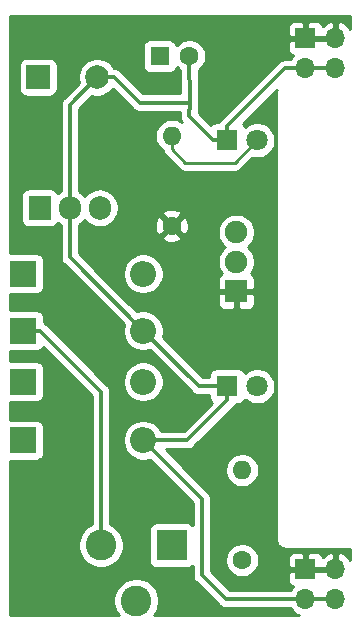
<source format=gbl>
G04 #@! TF.GenerationSoftware,KiCad,Pcbnew,(5.1.5-0-10_14)*
G04 #@! TF.CreationDate,2020-01-08T22:19:55-03:00*
G04 #@! TF.ProjectId,breaboard_power_supply,62726561-626f-4617-9264-5f706f776572,1*
G04 #@! TF.SameCoordinates,Original*
G04 #@! TF.FileFunction,Copper,L2,Bot*
G04 #@! TF.FilePolarity,Positive*
%FSLAX46Y46*%
G04 Gerber Fmt 4.6, Leading zero omitted, Abs format (unit mm)*
G04 Created by KiCad (PCBNEW (5.1.5-0-10_14)) date 2020-01-08 22:19:55*
%MOMM*%
%LPD*%
G04 APERTURE LIST*
%ADD10R,2.000000X2.000000*%
%ADD11C,2.000000*%
%ADD12R,1.600000X1.600000*%
%ADD13C,1.600000*%
%ADD14R,2.200000X2.200000*%
%ADD15O,2.200000X2.200000*%
%ADD16C,1.800000*%
%ADD17R,1.800000X1.800000*%
%ADD18R,2.600000X2.600000*%
%ADD19C,2.600000*%
%ADD20R,1.700000X1.700000*%
%ADD21O,1.700000X1.700000*%
%ADD22O,1.600000X1.600000*%
%ADD23R,1.900000X1.900000*%
%ADD24C,1.900000*%
%ADD25R,1.905000X2.000000*%
%ADD26O,1.905000X2.000000*%
%ADD27C,0.300000*%
%ADD28C,0.250000*%
%ADD29C,0.254000*%
G04 APERTURE END LIST*
D10*
X105918000Y-94869000D03*
D11*
X110918000Y-94869000D03*
D12*
X116205000Y-93091000D03*
D13*
X118705000Y-93091000D03*
D14*
X104648000Y-120650000D03*
D15*
X114808000Y-120650000D03*
D14*
X104648000Y-111506000D03*
D15*
X114808000Y-111506000D03*
X114808000Y-125603000D03*
D14*
X104648000Y-125603000D03*
D15*
X114808000Y-116332000D03*
D14*
X104648000Y-116332000D03*
D16*
X124460000Y-121031000D03*
D17*
X121920000Y-121031000D03*
X121920000Y-100203000D03*
D16*
X124460000Y-100203000D03*
D18*
X117221000Y-134493000D03*
D19*
X111221000Y-134493000D03*
X114221000Y-139193000D03*
D20*
X128524000Y-91567000D03*
D21*
X131064000Y-91567000D03*
X128524000Y-94107000D03*
X131064000Y-94107000D03*
X131064000Y-139065000D03*
X128524000Y-139065000D03*
X131064000Y-136525000D03*
D20*
X128524000Y-136525000D03*
D13*
X123190000Y-135763000D03*
D22*
X123190000Y-128143000D03*
X117221000Y-99822000D03*
D13*
X117221000Y-107442000D03*
D23*
X122682000Y-112997000D03*
D24*
X122682000Y-110497000D03*
X122682000Y-107997000D03*
D25*
X106045000Y-105918000D03*
D26*
X108585000Y-105918000D03*
X111125000Y-105918000D03*
D27*
X128524000Y-139065000D02*
X131064000Y-139065000D01*
X121920000Y-122231000D02*
X121920000Y-121031000D01*
X118548000Y-125603000D02*
X121920000Y-122231000D01*
X114808000Y-125603000D02*
X118548000Y-125603000D01*
X128524000Y-139065000D02*
X121793000Y-139065000D01*
X121793000Y-139065000D02*
X119761000Y-137033000D01*
X119761000Y-130556000D02*
X114808000Y-125603000D01*
X119761000Y-137033000D02*
X119761000Y-130556000D01*
X119507000Y-121031000D02*
X121920000Y-121031000D01*
X114808000Y-116332000D02*
X119507000Y-121031000D01*
X108585000Y-97202000D02*
X110918000Y-94869000D01*
X108585000Y-105918000D02*
X108585000Y-97202000D01*
X118705000Y-98188000D02*
X120720000Y-100203000D01*
X120720000Y-100203000D02*
X121920000Y-100203000D01*
X112332213Y-94869000D02*
X114491213Y-97028000D01*
X110918000Y-94869000D02*
X112332213Y-94869000D01*
X118745000Y-97028000D02*
X118705000Y-98188000D01*
X114491213Y-97028000D02*
X118745000Y-97028000D01*
X118705000Y-93091000D02*
X118745000Y-97028000D01*
X127321919Y-94107000D02*
X128524000Y-94107000D01*
X126816000Y-94107000D02*
X127321919Y-94107000D01*
X121920000Y-99003000D02*
X126816000Y-94107000D01*
X121920000Y-100203000D02*
X121920000Y-99003000D01*
X128524000Y-94107000D02*
X131064000Y-94107000D01*
X108585000Y-110109000D02*
X108585000Y-105918000D01*
X114808000Y-116332000D02*
X108585000Y-110109000D01*
X106048000Y-116332000D02*
X104648000Y-116332000D01*
X111221000Y-121505000D02*
X106048000Y-116332000D01*
X111221000Y-134493000D02*
X111221000Y-121505000D01*
D28*
X117221000Y-100953370D02*
X118375630Y-102108000D01*
X117221000Y-99822000D02*
X117221000Y-100953370D01*
X122555000Y-102108000D02*
X124460000Y-100203000D01*
X118375630Y-102108000D02*
X122555000Y-102108000D01*
D29*
G36*
X132309001Y-90764364D02*
G01*
X132161588Y-90566731D01*
X131945355Y-90371822D01*
X131695252Y-90222843D01*
X131420891Y-90125519D01*
X131191000Y-90246186D01*
X131191000Y-91440000D01*
X131211000Y-91440000D01*
X131211000Y-91694000D01*
X131191000Y-91694000D01*
X131191000Y-91714000D01*
X130937000Y-91714000D01*
X130937000Y-91694000D01*
X128651000Y-91694000D01*
X128651000Y-91714000D01*
X128397000Y-91714000D01*
X128397000Y-91694000D01*
X127197750Y-91694000D01*
X127039000Y-91852750D01*
X127035928Y-92417000D01*
X127048188Y-92541482D01*
X127084498Y-92661180D01*
X127143463Y-92771494D01*
X127222815Y-92868185D01*
X127319506Y-92947537D01*
X127429820Y-93006502D01*
X127502380Y-93028513D01*
X127370525Y-93160368D01*
X127262526Y-93322000D01*
X126854556Y-93322000D01*
X126816000Y-93318203D01*
X126777444Y-93322000D01*
X126777439Y-93322000D01*
X126737026Y-93325980D01*
X126662113Y-93333358D01*
X126514140Y-93378246D01*
X126377767Y-93451138D01*
X126258236Y-93549236D01*
X126233653Y-93579190D01*
X121392185Y-98420658D01*
X121362237Y-98445236D01*
X121337659Y-98475184D01*
X121337655Y-98475188D01*
X121325615Y-98489859D01*
X121264139Y-98564767D01*
X121243506Y-98603370D01*
X121210602Y-98664928D01*
X121020000Y-98664928D01*
X120895518Y-98677188D01*
X120775820Y-98713498D01*
X120665506Y-98772463D01*
X120568815Y-98851815D01*
X120528318Y-98901161D01*
X119501289Y-97874132D01*
X119528671Y-97080053D01*
X119533798Y-97028000D01*
X119529608Y-96985460D01*
X119502163Y-94284212D01*
X119619759Y-94205637D01*
X119819637Y-94005759D01*
X119976680Y-93770727D01*
X120084853Y-93509574D01*
X120140000Y-93232335D01*
X120140000Y-92949665D01*
X120084853Y-92672426D01*
X119976680Y-92411273D01*
X119819637Y-92176241D01*
X119619759Y-91976363D01*
X119384727Y-91819320D01*
X119123574Y-91711147D01*
X118846335Y-91656000D01*
X118563665Y-91656000D01*
X118286426Y-91711147D01*
X118025273Y-91819320D01*
X117790241Y-91976363D01*
X117623661Y-92142943D01*
X117594502Y-92046820D01*
X117535537Y-91936506D01*
X117456185Y-91839815D01*
X117359494Y-91760463D01*
X117249180Y-91701498D01*
X117129482Y-91665188D01*
X117005000Y-91652928D01*
X115405000Y-91652928D01*
X115280518Y-91665188D01*
X115160820Y-91701498D01*
X115050506Y-91760463D01*
X114953815Y-91839815D01*
X114874463Y-91936506D01*
X114815498Y-92046820D01*
X114779188Y-92166518D01*
X114766928Y-92291000D01*
X114766928Y-93891000D01*
X114779188Y-94015482D01*
X114815498Y-94135180D01*
X114874463Y-94245494D01*
X114953815Y-94342185D01*
X115050506Y-94421537D01*
X115160820Y-94480502D01*
X115280518Y-94516812D01*
X115405000Y-94529072D01*
X117005000Y-94529072D01*
X117129482Y-94516812D01*
X117249180Y-94480502D01*
X117359494Y-94421537D01*
X117456185Y-94342185D01*
X117535537Y-94245494D01*
X117594502Y-94135180D01*
X117623661Y-94039057D01*
X117790241Y-94205637D01*
X117932249Y-94300523D01*
X117951984Y-96243000D01*
X114816371Y-96243000D01*
X112914560Y-94341190D01*
X112889977Y-94311236D01*
X112770446Y-94213138D01*
X112634073Y-94140246D01*
X112486100Y-94095359D01*
X112370774Y-94084000D01*
X112370766Y-94084000D01*
X112359110Y-94082852D01*
X112187987Y-93826748D01*
X111960252Y-93599013D01*
X111692463Y-93420082D01*
X111394912Y-93296832D01*
X111079033Y-93234000D01*
X110756967Y-93234000D01*
X110441088Y-93296832D01*
X110143537Y-93420082D01*
X109875748Y-93599013D01*
X109648013Y-93826748D01*
X109469082Y-94094537D01*
X109345832Y-94392088D01*
X109283000Y-94707967D01*
X109283000Y-95030033D01*
X109343360Y-95333483D01*
X108057185Y-96619658D01*
X108027237Y-96644236D01*
X108002659Y-96674184D01*
X108002655Y-96674188D01*
X107980482Y-96701206D01*
X107929139Y-96763767D01*
X107890177Y-96836660D01*
X107856246Y-96900141D01*
X107811359Y-97048114D01*
X107796203Y-97202000D01*
X107800001Y-97240563D01*
X107800000Y-104490044D01*
X107698765Y-104544155D01*
X107572905Y-104647446D01*
X107528037Y-104563506D01*
X107448685Y-104466815D01*
X107351994Y-104387463D01*
X107241680Y-104328498D01*
X107121982Y-104292188D01*
X106997500Y-104279928D01*
X105092500Y-104279928D01*
X104968018Y-104292188D01*
X104848320Y-104328498D01*
X104738006Y-104387463D01*
X104641315Y-104466815D01*
X104561963Y-104563506D01*
X104502998Y-104673820D01*
X104466688Y-104793518D01*
X104454428Y-104918000D01*
X104454428Y-106918000D01*
X104466688Y-107042482D01*
X104502998Y-107162180D01*
X104561963Y-107272494D01*
X104641315Y-107369185D01*
X104738006Y-107448537D01*
X104848320Y-107507502D01*
X104968018Y-107543812D01*
X105092500Y-107556072D01*
X106997500Y-107556072D01*
X107121982Y-107543812D01*
X107241680Y-107507502D01*
X107351994Y-107448537D01*
X107448685Y-107369185D01*
X107528037Y-107272494D01*
X107572905Y-107188553D01*
X107698766Y-107291845D01*
X107800001Y-107345956D01*
X107800000Y-110070447D01*
X107796203Y-110109000D01*
X107800000Y-110147553D01*
X107800000Y-110147560D01*
X107811359Y-110262886D01*
X107856246Y-110410859D01*
X107929138Y-110547232D01*
X108027236Y-110666764D01*
X108057190Y-110691347D01*
X113154931Y-115789089D01*
X113139675Y-115825919D01*
X113073000Y-116161117D01*
X113073000Y-116502883D01*
X113139675Y-116838081D01*
X113270463Y-117153831D01*
X113460337Y-117437998D01*
X113702002Y-117679663D01*
X113986169Y-117869537D01*
X114301919Y-118000325D01*
X114637117Y-118067000D01*
X114978883Y-118067000D01*
X115314081Y-118000325D01*
X115350912Y-117985069D01*
X118924653Y-121558810D01*
X118949236Y-121588764D01*
X119068767Y-121686862D01*
X119198113Y-121755998D01*
X119205140Y-121759754D01*
X119353113Y-121804642D01*
X119428026Y-121812020D01*
X119468439Y-121816000D01*
X119468444Y-121816000D01*
X119507000Y-121819797D01*
X119545556Y-121816000D01*
X120381928Y-121816000D01*
X120381928Y-121931000D01*
X120394188Y-122055482D01*
X120430498Y-122175180D01*
X120489463Y-122285494D01*
X120568815Y-122382185D01*
X120618161Y-122422682D01*
X118222843Y-124818000D01*
X116360793Y-124818000D01*
X116345537Y-124781169D01*
X116155663Y-124497002D01*
X115913998Y-124255337D01*
X115629831Y-124065463D01*
X115314081Y-123934675D01*
X114978883Y-123868000D01*
X114637117Y-123868000D01*
X114301919Y-123934675D01*
X113986169Y-124065463D01*
X113702002Y-124255337D01*
X113460337Y-124497002D01*
X113270463Y-124781169D01*
X113139675Y-125096919D01*
X113073000Y-125432117D01*
X113073000Y-125773883D01*
X113139675Y-126109081D01*
X113270463Y-126424831D01*
X113460337Y-126708998D01*
X113702002Y-126950663D01*
X113986169Y-127140537D01*
X114301919Y-127271325D01*
X114637117Y-127338000D01*
X114978883Y-127338000D01*
X115314081Y-127271325D01*
X115350912Y-127256069D01*
X118976001Y-130881158D01*
X118976001Y-132746464D01*
X118972185Y-132741815D01*
X118875494Y-132662463D01*
X118765180Y-132603498D01*
X118645482Y-132567188D01*
X118521000Y-132554928D01*
X115921000Y-132554928D01*
X115796518Y-132567188D01*
X115676820Y-132603498D01*
X115566506Y-132662463D01*
X115469815Y-132741815D01*
X115390463Y-132838506D01*
X115331498Y-132948820D01*
X115295188Y-133068518D01*
X115282928Y-133193000D01*
X115282928Y-135793000D01*
X115295188Y-135917482D01*
X115331498Y-136037180D01*
X115390463Y-136147494D01*
X115469815Y-136244185D01*
X115566506Y-136323537D01*
X115676820Y-136382502D01*
X115796518Y-136418812D01*
X115921000Y-136431072D01*
X118521000Y-136431072D01*
X118645482Y-136418812D01*
X118765180Y-136382502D01*
X118875494Y-136323537D01*
X118972185Y-136244185D01*
X118976000Y-136239536D01*
X118976000Y-136994447D01*
X118972203Y-137033000D01*
X118976000Y-137071553D01*
X118976000Y-137071560D01*
X118987359Y-137186886D01*
X119032246Y-137334859D01*
X119105138Y-137471232D01*
X119203236Y-137590764D01*
X119233190Y-137615347D01*
X121210658Y-139592816D01*
X121235236Y-139622764D01*
X121265184Y-139647342D01*
X121265187Y-139647345D01*
X121294559Y-139671450D01*
X121354767Y-139720862D01*
X121491140Y-139793754D01*
X121639113Y-139838642D01*
X121714026Y-139846020D01*
X121754439Y-139850000D01*
X121754444Y-139850000D01*
X121793000Y-139853797D01*
X121831555Y-139850000D01*
X127262526Y-139850000D01*
X127370525Y-140011632D01*
X127577368Y-140218475D01*
X127820589Y-140380990D01*
X127955810Y-140437000D01*
X115713504Y-140437000D01*
X115724013Y-140426491D01*
X115935775Y-140109566D01*
X116081639Y-139757419D01*
X116156000Y-139383581D01*
X116156000Y-139002419D01*
X116081639Y-138628581D01*
X115935775Y-138276434D01*
X115724013Y-137959509D01*
X115454491Y-137689987D01*
X115137566Y-137478225D01*
X114785419Y-137332361D01*
X114411581Y-137258000D01*
X114030419Y-137258000D01*
X113656581Y-137332361D01*
X113304434Y-137478225D01*
X112987509Y-137689987D01*
X112717987Y-137959509D01*
X112506225Y-138276434D01*
X112360361Y-138628581D01*
X112286000Y-139002419D01*
X112286000Y-139383581D01*
X112360361Y-139757419D01*
X112506225Y-140109566D01*
X112717987Y-140426491D01*
X112728496Y-140437000D01*
X103530000Y-140437000D01*
X103530000Y-127339299D01*
X103548000Y-127341072D01*
X105748000Y-127341072D01*
X105872482Y-127328812D01*
X105992180Y-127292502D01*
X106102494Y-127233537D01*
X106199185Y-127154185D01*
X106278537Y-127057494D01*
X106337502Y-126947180D01*
X106373812Y-126827482D01*
X106386072Y-126703000D01*
X106386072Y-124503000D01*
X106373812Y-124378518D01*
X106337502Y-124258820D01*
X106278537Y-124148506D01*
X106199185Y-124051815D01*
X106102494Y-123972463D01*
X105992180Y-123913498D01*
X105872482Y-123877188D01*
X105748000Y-123864928D01*
X103548000Y-123864928D01*
X103530000Y-123866701D01*
X103530000Y-122386299D01*
X103548000Y-122388072D01*
X105748000Y-122388072D01*
X105872482Y-122375812D01*
X105992180Y-122339502D01*
X106102494Y-122280537D01*
X106199185Y-122201185D01*
X106278537Y-122104494D01*
X106337502Y-121994180D01*
X106373812Y-121874482D01*
X106386072Y-121750000D01*
X106386072Y-119550000D01*
X106373812Y-119425518D01*
X106337502Y-119305820D01*
X106278537Y-119195506D01*
X106199185Y-119098815D01*
X106102494Y-119019463D01*
X105992180Y-118960498D01*
X105872482Y-118924188D01*
X105748000Y-118911928D01*
X103548000Y-118911928D01*
X103530000Y-118913701D01*
X103530000Y-118068299D01*
X103548000Y-118070072D01*
X105748000Y-118070072D01*
X105872482Y-118057812D01*
X105992180Y-118021502D01*
X106102494Y-117962537D01*
X106199185Y-117883185D01*
X106278537Y-117786494D01*
X106318177Y-117712334D01*
X110436001Y-121830158D01*
X110436000Y-132723729D01*
X110304434Y-132778225D01*
X109987509Y-132989987D01*
X109717987Y-133259509D01*
X109506225Y-133576434D01*
X109360361Y-133928581D01*
X109286000Y-134302419D01*
X109286000Y-134683581D01*
X109360361Y-135057419D01*
X109506225Y-135409566D01*
X109717987Y-135726491D01*
X109987509Y-135996013D01*
X110304434Y-136207775D01*
X110656581Y-136353639D01*
X111030419Y-136428000D01*
X111411581Y-136428000D01*
X111785419Y-136353639D01*
X112137566Y-136207775D01*
X112454491Y-135996013D01*
X112724013Y-135726491D01*
X112935775Y-135409566D01*
X113081639Y-135057419D01*
X113156000Y-134683581D01*
X113156000Y-134302419D01*
X113081639Y-133928581D01*
X112935775Y-133576434D01*
X112724013Y-133259509D01*
X112454491Y-132989987D01*
X112137566Y-132778225D01*
X112006000Y-132723729D01*
X112006000Y-121543556D01*
X112009797Y-121505000D01*
X112006000Y-121466444D01*
X112006000Y-121466439D01*
X112002020Y-121426026D01*
X111994642Y-121351113D01*
X111949754Y-121203140D01*
X111938553Y-121182184D01*
X111876862Y-121066767D01*
X111778764Y-120947236D01*
X111748810Y-120922653D01*
X111305274Y-120479117D01*
X113073000Y-120479117D01*
X113073000Y-120820883D01*
X113139675Y-121156081D01*
X113270463Y-121471831D01*
X113460337Y-121755998D01*
X113702002Y-121997663D01*
X113986169Y-122187537D01*
X114301919Y-122318325D01*
X114637117Y-122385000D01*
X114978883Y-122385000D01*
X115314081Y-122318325D01*
X115629831Y-122187537D01*
X115913998Y-121997663D01*
X116155663Y-121755998D01*
X116345537Y-121471831D01*
X116476325Y-121156081D01*
X116543000Y-120820883D01*
X116543000Y-120479117D01*
X116476325Y-120143919D01*
X116345537Y-119828169D01*
X116155663Y-119544002D01*
X115913998Y-119302337D01*
X115629831Y-119112463D01*
X115314081Y-118981675D01*
X114978883Y-118915000D01*
X114637117Y-118915000D01*
X114301919Y-118981675D01*
X113986169Y-119112463D01*
X113702002Y-119302337D01*
X113460337Y-119544002D01*
X113270463Y-119828169D01*
X113139675Y-120143919D01*
X113073000Y-120479117D01*
X111305274Y-120479117D01*
X106630347Y-115804190D01*
X106605764Y-115774236D01*
X106486233Y-115676138D01*
X106386072Y-115622601D01*
X106386072Y-115232000D01*
X106373812Y-115107518D01*
X106337502Y-114987820D01*
X106278537Y-114877506D01*
X106199185Y-114780815D01*
X106102494Y-114701463D01*
X105992180Y-114642498D01*
X105872482Y-114606188D01*
X105748000Y-114593928D01*
X103548000Y-114593928D01*
X103530000Y-114595701D01*
X103530000Y-113242299D01*
X103548000Y-113244072D01*
X105748000Y-113244072D01*
X105872482Y-113231812D01*
X105992180Y-113195502D01*
X106102494Y-113136537D01*
X106199185Y-113057185D01*
X106278537Y-112960494D01*
X106337502Y-112850180D01*
X106373812Y-112730482D01*
X106386072Y-112606000D01*
X106386072Y-110406000D01*
X106373812Y-110281518D01*
X106337502Y-110161820D01*
X106278537Y-110051506D01*
X106199185Y-109954815D01*
X106102494Y-109875463D01*
X105992180Y-109816498D01*
X105872482Y-109780188D01*
X105748000Y-109767928D01*
X103548000Y-109767928D01*
X103530000Y-109769701D01*
X103530000Y-93869000D01*
X104279928Y-93869000D01*
X104279928Y-95869000D01*
X104292188Y-95993482D01*
X104328498Y-96113180D01*
X104387463Y-96223494D01*
X104466815Y-96320185D01*
X104563506Y-96399537D01*
X104673820Y-96458502D01*
X104793518Y-96494812D01*
X104918000Y-96507072D01*
X106918000Y-96507072D01*
X107042482Y-96494812D01*
X107162180Y-96458502D01*
X107272494Y-96399537D01*
X107369185Y-96320185D01*
X107448537Y-96223494D01*
X107507502Y-96113180D01*
X107543812Y-95993482D01*
X107556072Y-95869000D01*
X107556072Y-93869000D01*
X107543812Y-93744518D01*
X107507502Y-93624820D01*
X107448537Y-93514506D01*
X107369185Y-93417815D01*
X107272494Y-93338463D01*
X107162180Y-93279498D01*
X107042482Y-93243188D01*
X106918000Y-93230928D01*
X104918000Y-93230928D01*
X104793518Y-93243188D01*
X104673820Y-93279498D01*
X104563506Y-93338463D01*
X104466815Y-93417815D01*
X104387463Y-93514506D01*
X104328498Y-93624820D01*
X104292188Y-93744518D01*
X104279928Y-93869000D01*
X103530000Y-93869000D01*
X103530000Y-90717000D01*
X127035928Y-90717000D01*
X127039000Y-91281250D01*
X127197750Y-91440000D01*
X128397000Y-91440000D01*
X128397000Y-90240750D01*
X128651000Y-90240750D01*
X128651000Y-91440000D01*
X130937000Y-91440000D01*
X130937000Y-90246186D01*
X130707109Y-90125519D01*
X130432748Y-90222843D01*
X130182645Y-90371822D01*
X129986498Y-90548626D01*
X129963502Y-90472820D01*
X129904537Y-90362506D01*
X129825185Y-90265815D01*
X129728494Y-90186463D01*
X129618180Y-90127498D01*
X129498482Y-90091188D01*
X129374000Y-90078928D01*
X128809750Y-90082000D01*
X128651000Y-90240750D01*
X128397000Y-90240750D01*
X128238250Y-90082000D01*
X127674000Y-90078928D01*
X127549518Y-90091188D01*
X127429820Y-90127498D01*
X127319506Y-90186463D01*
X127222815Y-90265815D01*
X127143463Y-90362506D01*
X127084498Y-90472820D01*
X127048188Y-90592518D01*
X127035928Y-90717000D01*
X103530000Y-90717000D01*
X103530000Y-89687000D01*
X132309001Y-89687000D01*
X132309001Y-90764364D01*
G37*
X132309001Y-90764364D02*
X132161588Y-90566731D01*
X131945355Y-90371822D01*
X131695252Y-90222843D01*
X131420891Y-90125519D01*
X131191000Y-90246186D01*
X131191000Y-91440000D01*
X131211000Y-91440000D01*
X131211000Y-91694000D01*
X131191000Y-91694000D01*
X131191000Y-91714000D01*
X130937000Y-91714000D01*
X130937000Y-91694000D01*
X128651000Y-91694000D01*
X128651000Y-91714000D01*
X128397000Y-91714000D01*
X128397000Y-91694000D01*
X127197750Y-91694000D01*
X127039000Y-91852750D01*
X127035928Y-92417000D01*
X127048188Y-92541482D01*
X127084498Y-92661180D01*
X127143463Y-92771494D01*
X127222815Y-92868185D01*
X127319506Y-92947537D01*
X127429820Y-93006502D01*
X127502380Y-93028513D01*
X127370525Y-93160368D01*
X127262526Y-93322000D01*
X126854556Y-93322000D01*
X126816000Y-93318203D01*
X126777444Y-93322000D01*
X126777439Y-93322000D01*
X126737026Y-93325980D01*
X126662113Y-93333358D01*
X126514140Y-93378246D01*
X126377767Y-93451138D01*
X126258236Y-93549236D01*
X126233653Y-93579190D01*
X121392185Y-98420658D01*
X121362237Y-98445236D01*
X121337659Y-98475184D01*
X121337655Y-98475188D01*
X121325615Y-98489859D01*
X121264139Y-98564767D01*
X121243506Y-98603370D01*
X121210602Y-98664928D01*
X121020000Y-98664928D01*
X120895518Y-98677188D01*
X120775820Y-98713498D01*
X120665506Y-98772463D01*
X120568815Y-98851815D01*
X120528318Y-98901161D01*
X119501289Y-97874132D01*
X119528671Y-97080053D01*
X119533798Y-97028000D01*
X119529608Y-96985460D01*
X119502163Y-94284212D01*
X119619759Y-94205637D01*
X119819637Y-94005759D01*
X119976680Y-93770727D01*
X120084853Y-93509574D01*
X120140000Y-93232335D01*
X120140000Y-92949665D01*
X120084853Y-92672426D01*
X119976680Y-92411273D01*
X119819637Y-92176241D01*
X119619759Y-91976363D01*
X119384727Y-91819320D01*
X119123574Y-91711147D01*
X118846335Y-91656000D01*
X118563665Y-91656000D01*
X118286426Y-91711147D01*
X118025273Y-91819320D01*
X117790241Y-91976363D01*
X117623661Y-92142943D01*
X117594502Y-92046820D01*
X117535537Y-91936506D01*
X117456185Y-91839815D01*
X117359494Y-91760463D01*
X117249180Y-91701498D01*
X117129482Y-91665188D01*
X117005000Y-91652928D01*
X115405000Y-91652928D01*
X115280518Y-91665188D01*
X115160820Y-91701498D01*
X115050506Y-91760463D01*
X114953815Y-91839815D01*
X114874463Y-91936506D01*
X114815498Y-92046820D01*
X114779188Y-92166518D01*
X114766928Y-92291000D01*
X114766928Y-93891000D01*
X114779188Y-94015482D01*
X114815498Y-94135180D01*
X114874463Y-94245494D01*
X114953815Y-94342185D01*
X115050506Y-94421537D01*
X115160820Y-94480502D01*
X115280518Y-94516812D01*
X115405000Y-94529072D01*
X117005000Y-94529072D01*
X117129482Y-94516812D01*
X117249180Y-94480502D01*
X117359494Y-94421537D01*
X117456185Y-94342185D01*
X117535537Y-94245494D01*
X117594502Y-94135180D01*
X117623661Y-94039057D01*
X117790241Y-94205637D01*
X117932249Y-94300523D01*
X117951984Y-96243000D01*
X114816371Y-96243000D01*
X112914560Y-94341190D01*
X112889977Y-94311236D01*
X112770446Y-94213138D01*
X112634073Y-94140246D01*
X112486100Y-94095359D01*
X112370774Y-94084000D01*
X112370766Y-94084000D01*
X112359110Y-94082852D01*
X112187987Y-93826748D01*
X111960252Y-93599013D01*
X111692463Y-93420082D01*
X111394912Y-93296832D01*
X111079033Y-93234000D01*
X110756967Y-93234000D01*
X110441088Y-93296832D01*
X110143537Y-93420082D01*
X109875748Y-93599013D01*
X109648013Y-93826748D01*
X109469082Y-94094537D01*
X109345832Y-94392088D01*
X109283000Y-94707967D01*
X109283000Y-95030033D01*
X109343360Y-95333483D01*
X108057185Y-96619658D01*
X108027237Y-96644236D01*
X108002659Y-96674184D01*
X108002655Y-96674188D01*
X107980482Y-96701206D01*
X107929139Y-96763767D01*
X107890177Y-96836660D01*
X107856246Y-96900141D01*
X107811359Y-97048114D01*
X107796203Y-97202000D01*
X107800001Y-97240563D01*
X107800000Y-104490044D01*
X107698765Y-104544155D01*
X107572905Y-104647446D01*
X107528037Y-104563506D01*
X107448685Y-104466815D01*
X107351994Y-104387463D01*
X107241680Y-104328498D01*
X107121982Y-104292188D01*
X106997500Y-104279928D01*
X105092500Y-104279928D01*
X104968018Y-104292188D01*
X104848320Y-104328498D01*
X104738006Y-104387463D01*
X104641315Y-104466815D01*
X104561963Y-104563506D01*
X104502998Y-104673820D01*
X104466688Y-104793518D01*
X104454428Y-104918000D01*
X104454428Y-106918000D01*
X104466688Y-107042482D01*
X104502998Y-107162180D01*
X104561963Y-107272494D01*
X104641315Y-107369185D01*
X104738006Y-107448537D01*
X104848320Y-107507502D01*
X104968018Y-107543812D01*
X105092500Y-107556072D01*
X106997500Y-107556072D01*
X107121982Y-107543812D01*
X107241680Y-107507502D01*
X107351994Y-107448537D01*
X107448685Y-107369185D01*
X107528037Y-107272494D01*
X107572905Y-107188553D01*
X107698766Y-107291845D01*
X107800001Y-107345956D01*
X107800000Y-110070447D01*
X107796203Y-110109000D01*
X107800000Y-110147553D01*
X107800000Y-110147560D01*
X107811359Y-110262886D01*
X107856246Y-110410859D01*
X107929138Y-110547232D01*
X108027236Y-110666764D01*
X108057190Y-110691347D01*
X113154931Y-115789089D01*
X113139675Y-115825919D01*
X113073000Y-116161117D01*
X113073000Y-116502883D01*
X113139675Y-116838081D01*
X113270463Y-117153831D01*
X113460337Y-117437998D01*
X113702002Y-117679663D01*
X113986169Y-117869537D01*
X114301919Y-118000325D01*
X114637117Y-118067000D01*
X114978883Y-118067000D01*
X115314081Y-118000325D01*
X115350912Y-117985069D01*
X118924653Y-121558810D01*
X118949236Y-121588764D01*
X119068767Y-121686862D01*
X119198113Y-121755998D01*
X119205140Y-121759754D01*
X119353113Y-121804642D01*
X119428026Y-121812020D01*
X119468439Y-121816000D01*
X119468444Y-121816000D01*
X119507000Y-121819797D01*
X119545556Y-121816000D01*
X120381928Y-121816000D01*
X120381928Y-121931000D01*
X120394188Y-122055482D01*
X120430498Y-122175180D01*
X120489463Y-122285494D01*
X120568815Y-122382185D01*
X120618161Y-122422682D01*
X118222843Y-124818000D01*
X116360793Y-124818000D01*
X116345537Y-124781169D01*
X116155663Y-124497002D01*
X115913998Y-124255337D01*
X115629831Y-124065463D01*
X115314081Y-123934675D01*
X114978883Y-123868000D01*
X114637117Y-123868000D01*
X114301919Y-123934675D01*
X113986169Y-124065463D01*
X113702002Y-124255337D01*
X113460337Y-124497002D01*
X113270463Y-124781169D01*
X113139675Y-125096919D01*
X113073000Y-125432117D01*
X113073000Y-125773883D01*
X113139675Y-126109081D01*
X113270463Y-126424831D01*
X113460337Y-126708998D01*
X113702002Y-126950663D01*
X113986169Y-127140537D01*
X114301919Y-127271325D01*
X114637117Y-127338000D01*
X114978883Y-127338000D01*
X115314081Y-127271325D01*
X115350912Y-127256069D01*
X118976001Y-130881158D01*
X118976001Y-132746464D01*
X118972185Y-132741815D01*
X118875494Y-132662463D01*
X118765180Y-132603498D01*
X118645482Y-132567188D01*
X118521000Y-132554928D01*
X115921000Y-132554928D01*
X115796518Y-132567188D01*
X115676820Y-132603498D01*
X115566506Y-132662463D01*
X115469815Y-132741815D01*
X115390463Y-132838506D01*
X115331498Y-132948820D01*
X115295188Y-133068518D01*
X115282928Y-133193000D01*
X115282928Y-135793000D01*
X115295188Y-135917482D01*
X115331498Y-136037180D01*
X115390463Y-136147494D01*
X115469815Y-136244185D01*
X115566506Y-136323537D01*
X115676820Y-136382502D01*
X115796518Y-136418812D01*
X115921000Y-136431072D01*
X118521000Y-136431072D01*
X118645482Y-136418812D01*
X118765180Y-136382502D01*
X118875494Y-136323537D01*
X118972185Y-136244185D01*
X118976000Y-136239536D01*
X118976000Y-136994447D01*
X118972203Y-137033000D01*
X118976000Y-137071553D01*
X118976000Y-137071560D01*
X118987359Y-137186886D01*
X119032246Y-137334859D01*
X119105138Y-137471232D01*
X119203236Y-137590764D01*
X119233190Y-137615347D01*
X121210658Y-139592816D01*
X121235236Y-139622764D01*
X121265184Y-139647342D01*
X121265187Y-139647345D01*
X121294559Y-139671450D01*
X121354767Y-139720862D01*
X121491140Y-139793754D01*
X121639113Y-139838642D01*
X121714026Y-139846020D01*
X121754439Y-139850000D01*
X121754444Y-139850000D01*
X121793000Y-139853797D01*
X121831555Y-139850000D01*
X127262526Y-139850000D01*
X127370525Y-140011632D01*
X127577368Y-140218475D01*
X127820589Y-140380990D01*
X127955810Y-140437000D01*
X115713504Y-140437000D01*
X115724013Y-140426491D01*
X115935775Y-140109566D01*
X116081639Y-139757419D01*
X116156000Y-139383581D01*
X116156000Y-139002419D01*
X116081639Y-138628581D01*
X115935775Y-138276434D01*
X115724013Y-137959509D01*
X115454491Y-137689987D01*
X115137566Y-137478225D01*
X114785419Y-137332361D01*
X114411581Y-137258000D01*
X114030419Y-137258000D01*
X113656581Y-137332361D01*
X113304434Y-137478225D01*
X112987509Y-137689987D01*
X112717987Y-137959509D01*
X112506225Y-138276434D01*
X112360361Y-138628581D01*
X112286000Y-139002419D01*
X112286000Y-139383581D01*
X112360361Y-139757419D01*
X112506225Y-140109566D01*
X112717987Y-140426491D01*
X112728496Y-140437000D01*
X103530000Y-140437000D01*
X103530000Y-127339299D01*
X103548000Y-127341072D01*
X105748000Y-127341072D01*
X105872482Y-127328812D01*
X105992180Y-127292502D01*
X106102494Y-127233537D01*
X106199185Y-127154185D01*
X106278537Y-127057494D01*
X106337502Y-126947180D01*
X106373812Y-126827482D01*
X106386072Y-126703000D01*
X106386072Y-124503000D01*
X106373812Y-124378518D01*
X106337502Y-124258820D01*
X106278537Y-124148506D01*
X106199185Y-124051815D01*
X106102494Y-123972463D01*
X105992180Y-123913498D01*
X105872482Y-123877188D01*
X105748000Y-123864928D01*
X103548000Y-123864928D01*
X103530000Y-123866701D01*
X103530000Y-122386299D01*
X103548000Y-122388072D01*
X105748000Y-122388072D01*
X105872482Y-122375812D01*
X105992180Y-122339502D01*
X106102494Y-122280537D01*
X106199185Y-122201185D01*
X106278537Y-122104494D01*
X106337502Y-121994180D01*
X106373812Y-121874482D01*
X106386072Y-121750000D01*
X106386072Y-119550000D01*
X106373812Y-119425518D01*
X106337502Y-119305820D01*
X106278537Y-119195506D01*
X106199185Y-119098815D01*
X106102494Y-119019463D01*
X105992180Y-118960498D01*
X105872482Y-118924188D01*
X105748000Y-118911928D01*
X103548000Y-118911928D01*
X103530000Y-118913701D01*
X103530000Y-118068299D01*
X103548000Y-118070072D01*
X105748000Y-118070072D01*
X105872482Y-118057812D01*
X105992180Y-118021502D01*
X106102494Y-117962537D01*
X106199185Y-117883185D01*
X106278537Y-117786494D01*
X106318177Y-117712334D01*
X110436001Y-121830158D01*
X110436000Y-132723729D01*
X110304434Y-132778225D01*
X109987509Y-132989987D01*
X109717987Y-133259509D01*
X109506225Y-133576434D01*
X109360361Y-133928581D01*
X109286000Y-134302419D01*
X109286000Y-134683581D01*
X109360361Y-135057419D01*
X109506225Y-135409566D01*
X109717987Y-135726491D01*
X109987509Y-135996013D01*
X110304434Y-136207775D01*
X110656581Y-136353639D01*
X111030419Y-136428000D01*
X111411581Y-136428000D01*
X111785419Y-136353639D01*
X112137566Y-136207775D01*
X112454491Y-135996013D01*
X112724013Y-135726491D01*
X112935775Y-135409566D01*
X113081639Y-135057419D01*
X113156000Y-134683581D01*
X113156000Y-134302419D01*
X113081639Y-133928581D01*
X112935775Y-133576434D01*
X112724013Y-133259509D01*
X112454491Y-132989987D01*
X112137566Y-132778225D01*
X112006000Y-132723729D01*
X112006000Y-121543556D01*
X112009797Y-121505000D01*
X112006000Y-121466444D01*
X112006000Y-121466439D01*
X112002020Y-121426026D01*
X111994642Y-121351113D01*
X111949754Y-121203140D01*
X111938553Y-121182184D01*
X111876862Y-121066767D01*
X111778764Y-120947236D01*
X111748810Y-120922653D01*
X111305274Y-120479117D01*
X113073000Y-120479117D01*
X113073000Y-120820883D01*
X113139675Y-121156081D01*
X113270463Y-121471831D01*
X113460337Y-121755998D01*
X113702002Y-121997663D01*
X113986169Y-122187537D01*
X114301919Y-122318325D01*
X114637117Y-122385000D01*
X114978883Y-122385000D01*
X115314081Y-122318325D01*
X115629831Y-122187537D01*
X115913998Y-121997663D01*
X116155663Y-121755998D01*
X116345537Y-121471831D01*
X116476325Y-121156081D01*
X116543000Y-120820883D01*
X116543000Y-120479117D01*
X116476325Y-120143919D01*
X116345537Y-119828169D01*
X116155663Y-119544002D01*
X115913998Y-119302337D01*
X115629831Y-119112463D01*
X115314081Y-118981675D01*
X114978883Y-118915000D01*
X114637117Y-118915000D01*
X114301919Y-118981675D01*
X113986169Y-119112463D01*
X113702002Y-119302337D01*
X113460337Y-119544002D01*
X113270463Y-119828169D01*
X113139675Y-120143919D01*
X113073000Y-120479117D01*
X111305274Y-120479117D01*
X106630347Y-115804190D01*
X106605764Y-115774236D01*
X106486233Y-115676138D01*
X106386072Y-115622601D01*
X106386072Y-115232000D01*
X106373812Y-115107518D01*
X106337502Y-114987820D01*
X106278537Y-114877506D01*
X106199185Y-114780815D01*
X106102494Y-114701463D01*
X105992180Y-114642498D01*
X105872482Y-114606188D01*
X105748000Y-114593928D01*
X103548000Y-114593928D01*
X103530000Y-114595701D01*
X103530000Y-113242299D01*
X103548000Y-113244072D01*
X105748000Y-113244072D01*
X105872482Y-113231812D01*
X105992180Y-113195502D01*
X106102494Y-113136537D01*
X106199185Y-113057185D01*
X106278537Y-112960494D01*
X106337502Y-112850180D01*
X106373812Y-112730482D01*
X106386072Y-112606000D01*
X106386072Y-110406000D01*
X106373812Y-110281518D01*
X106337502Y-110161820D01*
X106278537Y-110051506D01*
X106199185Y-109954815D01*
X106102494Y-109875463D01*
X105992180Y-109816498D01*
X105872482Y-109780188D01*
X105748000Y-109767928D01*
X103548000Y-109767928D01*
X103530000Y-109769701D01*
X103530000Y-93869000D01*
X104279928Y-93869000D01*
X104279928Y-95869000D01*
X104292188Y-95993482D01*
X104328498Y-96113180D01*
X104387463Y-96223494D01*
X104466815Y-96320185D01*
X104563506Y-96399537D01*
X104673820Y-96458502D01*
X104793518Y-96494812D01*
X104918000Y-96507072D01*
X106918000Y-96507072D01*
X107042482Y-96494812D01*
X107162180Y-96458502D01*
X107272494Y-96399537D01*
X107369185Y-96320185D01*
X107448537Y-96223494D01*
X107507502Y-96113180D01*
X107543812Y-95993482D01*
X107556072Y-95869000D01*
X107556072Y-93869000D01*
X107543812Y-93744518D01*
X107507502Y-93624820D01*
X107448537Y-93514506D01*
X107369185Y-93417815D01*
X107272494Y-93338463D01*
X107162180Y-93279498D01*
X107042482Y-93243188D01*
X106918000Y-93230928D01*
X104918000Y-93230928D01*
X104793518Y-93243188D01*
X104673820Y-93279498D01*
X104563506Y-93338463D01*
X104466815Y-93417815D01*
X104387463Y-93514506D01*
X104328498Y-93624820D01*
X104292188Y-93744518D01*
X104279928Y-93869000D01*
X103530000Y-93869000D01*
X103530000Y-90717000D01*
X127035928Y-90717000D01*
X127039000Y-91281250D01*
X127197750Y-91440000D01*
X128397000Y-91440000D01*
X128397000Y-90240750D01*
X128651000Y-90240750D01*
X128651000Y-91440000D01*
X130937000Y-91440000D01*
X130937000Y-90246186D01*
X130707109Y-90125519D01*
X130432748Y-90222843D01*
X130182645Y-90371822D01*
X129986498Y-90548626D01*
X129963502Y-90472820D01*
X129904537Y-90362506D01*
X129825185Y-90265815D01*
X129728494Y-90186463D01*
X129618180Y-90127498D01*
X129498482Y-90091188D01*
X129374000Y-90078928D01*
X128809750Y-90082000D01*
X128651000Y-90240750D01*
X128397000Y-90240750D01*
X128238250Y-90082000D01*
X127674000Y-90078928D01*
X127549518Y-90091188D01*
X127429820Y-90127498D01*
X127319506Y-90186463D01*
X127222815Y-90265815D01*
X127143463Y-90362506D01*
X127084498Y-90472820D01*
X127048188Y-90592518D01*
X127035928Y-90717000D01*
X103530000Y-90717000D01*
X103530000Y-89687000D01*
X132309001Y-89687000D01*
X132309001Y-90764364D01*
G36*
X113908871Y-97555816D02*
G01*
X113933449Y-97585764D01*
X113963397Y-97610342D01*
X113963400Y-97610345D01*
X113987637Y-97630236D01*
X114052980Y-97683862D01*
X114189353Y-97756754D01*
X114337326Y-97801641D01*
X114452652Y-97813000D01*
X114452659Y-97813000D01*
X114491212Y-97816797D01*
X114529765Y-97813000D01*
X117932465Y-97813000D01*
X117921329Y-98135957D01*
X117916203Y-98188000D01*
X117922455Y-98251481D01*
X117926516Y-98315134D01*
X117930022Y-98328310D01*
X117931359Y-98341886D01*
X117949880Y-98402941D01*
X117966277Y-98464566D01*
X117972286Y-98476806D01*
X117976246Y-98489859D01*
X118006314Y-98546111D01*
X118034426Y-98603370D01*
X118042711Y-98614206D01*
X118049139Y-98626232D01*
X118089610Y-98675546D01*
X118091143Y-98677552D01*
X117900727Y-98550320D01*
X117639574Y-98442147D01*
X117362335Y-98387000D01*
X117079665Y-98387000D01*
X116802426Y-98442147D01*
X116541273Y-98550320D01*
X116306241Y-98707363D01*
X116106363Y-98907241D01*
X115949320Y-99142273D01*
X115841147Y-99403426D01*
X115786000Y-99680665D01*
X115786000Y-99963335D01*
X115841147Y-100240574D01*
X115949320Y-100501727D01*
X116106363Y-100736759D01*
X116306241Y-100936637D01*
X116466203Y-101043520D01*
X116471998Y-101102356D01*
X116485180Y-101145812D01*
X116515454Y-101245616D01*
X116586026Y-101377646D01*
X116657201Y-101464372D01*
X116681000Y-101493371D01*
X116709998Y-101517169D01*
X117811835Y-102619008D01*
X117835629Y-102648001D01*
X117864622Y-102671795D01*
X117864626Y-102671799D01*
X117935315Y-102729811D01*
X117951354Y-102742974D01*
X118083383Y-102813546D01*
X118226644Y-102857003D01*
X118338297Y-102868000D01*
X118338306Y-102868000D01*
X118375629Y-102871676D01*
X118412952Y-102868000D01*
X122517678Y-102868000D01*
X122555000Y-102871676D01*
X122592322Y-102868000D01*
X122592333Y-102868000D01*
X122703986Y-102857003D01*
X122847247Y-102813546D01*
X122979276Y-102742974D01*
X123095001Y-102648001D01*
X123118804Y-102618997D01*
X124051070Y-101686731D01*
X124308816Y-101738000D01*
X124611184Y-101738000D01*
X124907743Y-101679011D01*
X125187095Y-101563299D01*
X125438505Y-101395312D01*
X125652312Y-101181505D01*
X125820299Y-100930095D01*
X125936011Y-100650743D01*
X125995000Y-100354184D01*
X125995000Y-100051816D01*
X125936011Y-99755257D01*
X125820299Y-99475905D01*
X125652312Y-99224495D01*
X125438505Y-99010688D01*
X125187095Y-98842701D01*
X124907743Y-98726989D01*
X124611184Y-98668000D01*
X124308816Y-98668000D01*
X124012257Y-98726989D01*
X123732905Y-98842701D01*
X123481495Y-99010688D01*
X123415056Y-99077127D01*
X123409502Y-99058820D01*
X123350537Y-98948506D01*
X123271185Y-98851815D01*
X123221839Y-98811318D01*
X126089542Y-95943615D01*
X126082807Y-96012000D01*
X126086001Y-96044429D01*
X126086000Y-134079581D01*
X126082807Y-134112000D01*
X126095550Y-134241383D01*
X126133290Y-134365793D01*
X126194575Y-134480450D01*
X126236521Y-134531561D01*
X126277052Y-134580948D01*
X126377550Y-134663425D01*
X126492207Y-134724710D01*
X126616617Y-134762450D01*
X126746000Y-134775193D01*
X126778419Y-134772000D01*
X132309001Y-134772000D01*
X132309001Y-135722364D01*
X132161588Y-135524731D01*
X131945355Y-135329822D01*
X131695252Y-135180843D01*
X131420891Y-135083519D01*
X131191000Y-135204186D01*
X131191000Y-136398000D01*
X131211000Y-136398000D01*
X131211000Y-136652000D01*
X131191000Y-136652000D01*
X131191000Y-136672000D01*
X130937000Y-136672000D01*
X130937000Y-136652000D01*
X128651000Y-136652000D01*
X128651000Y-136672000D01*
X128397000Y-136672000D01*
X128397000Y-136652000D01*
X127197750Y-136652000D01*
X127039000Y-136810750D01*
X127035928Y-137375000D01*
X127048188Y-137499482D01*
X127084498Y-137619180D01*
X127143463Y-137729494D01*
X127222815Y-137826185D01*
X127319506Y-137905537D01*
X127429820Y-137964502D01*
X127502380Y-137986513D01*
X127370525Y-138118368D01*
X127262526Y-138280000D01*
X122118158Y-138280000D01*
X120546000Y-136707843D01*
X120546000Y-135621665D01*
X121755000Y-135621665D01*
X121755000Y-135904335D01*
X121810147Y-136181574D01*
X121918320Y-136442727D01*
X122075363Y-136677759D01*
X122275241Y-136877637D01*
X122510273Y-137034680D01*
X122771426Y-137142853D01*
X123048665Y-137198000D01*
X123331335Y-137198000D01*
X123608574Y-137142853D01*
X123869727Y-137034680D01*
X124104759Y-136877637D01*
X124304637Y-136677759D01*
X124461680Y-136442727D01*
X124569853Y-136181574D01*
X124625000Y-135904335D01*
X124625000Y-135675000D01*
X127035928Y-135675000D01*
X127039000Y-136239250D01*
X127197750Y-136398000D01*
X128397000Y-136398000D01*
X128397000Y-135198750D01*
X128651000Y-135198750D01*
X128651000Y-136398000D01*
X130937000Y-136398000D01*
X130937000Y-135204186D01*
X130707109Y-135083519D01*
X130432748Y-135180843D01*
X130182645Y-135329822D01*
X129986498Y-135506626D01*
X129963502Y-135430820D01*
X129904537Y-135320506D01*
X129825185Y-135223815D01*
X129728494Y-135144463D01*
X129618180Y-135085498D01*
X129498482Y-135049188D01*
X129374000Y-135036928D01*
X128809750Y-135040000D01*
X128651000Y-135198750D01*
X128397000Y-135198750D01*
X128238250Y-135040000D01*
X127674000Y-135036928D01*
X127549518Y-135049188D01*
X127429820Y-135085498D01*
X127319506Y-135144463D01*
X127222815Y-135223815D01*
X127143463Y-135320506D01*
X127084498Y-135430820D01*
X127048188Y-135550518D01*
X127035928Y-135675000D01*
X124625000Y-135675000D01*
X124625000Y-135621665D01*
X124569853Y-135344426D01*
X124461680Y-135083273D01*
X124304637Y-134848241D01*
X124104759Y-134648363D01*
X123869727Y-134491320D01*
X123608574Y-134383147D01*
X123331335Y-134328000D01*
X123048665Y-134328000D01*
X122771426Y-134383147D01*
X122510273Y-134491320D01*
X122275241Y-134648363D01*
X122075363Y-134848241D01*
X121918320Y-135083273D01*
X121810147Y-135344426D01*
X121755000Y-135621665D01*
X120546000Y-135621665D01*
X120546000Y-130594556D01*
X120549797Y-130556000D01*
X120546000Y-130517444D01*
X120546000Y-130517439D01*
X120542020Y-130477026D01*
X120534642Y-130402113D01*
X120489754Y-130254140D01*
X120416862Y-130117767D01*
X120318764Y-129998236D01*
X120288810Y-129973653D01*
X118316822Y-128001665D01*
X121755000Y-128001665D01*
X121755000Y-128284335D01*
X121810147Y-128561574D01*
X121918320Y-128822727D01*
X122075363Y-129057759D01*
X122275241Y-129257637D01*
X122510273Y-129414680D01*
X122771426Y-129522853D01*
X123048665Y-129578000D01*
X123331335Y-129578000D01*
X123608574Y-129522853D01*
X123869727Y-129414680D01*
X124104759Y-129257637D01*
X124304637Y-129057759D01*
X124461680Y-128822727D01*
X124569853Y-128561574D01*
X124625000Y-128284335D01*
X124625000Y-128001665D01*
X124569853Y-127724426D01*
X124461680Y-127463273D01*
X124304637Y-127228241D01*
X124104759Y-127028363D01*
X123869727Y-126871320D01*
X123608574Y-126763147D01*
X123331335Y-126708000D01*
X123048665Y-126708000D01*
X122771426Y-126763147D01*
X122510273Y-126871320D01*
X122275241Y-127028363D01*
X122075363Y-127228241D01*
X121918320Y-127463273D01*
X121810147Y-127724426D01*
X121755000Y-128001665D01*
X118316822Y-128001665D01*
X116703157Y-126388000D01*
X118509447Y-126388000D01*
X118548000Y-126391797D01*
X118586553Y-126388000D01*
X118586561Y-126388000D01*
X118701887Y-126376641D01*
X118849860Y-126331754D01*
X118986233Y-126258862D01*
X119105764Y-126160764D01*
X119130347Y-126130810D01*
X122447817Y-122813341D01*
X122477764Y-122788764D01*
X122575862Y-122669233D01*
X122629399Y-122569072D01*
X122820000Y-122569072D01*
X122944482Y-122556812D01*
X123064180Y-122520502D01*
X123174494Y-122461537D01*
X123271185Y-122382185D01*
X123350537Y-122285494D01*
X123409502Y-122175180D01*
X123415056Y-122156873D01*
X123481495Y-122223312D01*
X123732905Y-122391299D01*
X124012257Y-122507011D01*
X124308816Y-122566000D01*
X124611184Y-122566000D01*
X124907743Y-122507011D01*
X125187095Y-122391299D01*
X125438505Y-122223312D01*
X125652312Y-122009505D01*
X125820299Y-121758095D01*
X125936011Y-121478743D01*
X125995000Y-121182184D01*
X125995000Y-120879816D01*
X125936011Y-120583257D01*
X125820299Y-120303905D01*
X125652312Y-120052495D01*
X125438505Y-119838688D01*
X125187095Y-119670701D01*
X124907743Y-119554989D01*
X124611184Y-119496000D01*
X124308816Y-119496000D01*
X124012257Y-119554989D01*
X123732905Y-119670701D01*
X123481495Y-119838688D01*
X123415056Y-119905127D01*
X123409502Y-119886820D01*
X123350537Y-119776506D01*
X123271185Y-119679815D01*
X123174494Y-119600463D01*
X123064180Y-119541498D01*
X122944482Y-119505188D01*
X122820000Y-119492928D01*
X121020000Y-119492928D01*
X120895518Y-119505188D01*
X120775820Y-119541498D01*
X120665506Y-119600463D01*
X120568815Y-119679815D01*
X120489463Y-119776506D01*
X120430498Y-119886820D01*
X120394188Y-120006518D01*
X120381928Y-120131000D01*
X120381928Y-120246000D01*
X119832157Y-120246000D01*
X116461069Y-116874912D01*
X116476325Y-116838081D01*
X116543000Y-116502883D01*
X116543000Y-116161117D01*
X116476325Y-115825919D01*
X116345537Y-115510169D01*
X116155663Y-115226002D01*
X115913998Y-114984337D01*
X115629831Y-114794463D01*
X115314081Y-114663675D01*
X114978883Y-114597000D01*
X114637117Y-114597000D01*
X114301919Y-114663675D01*
X114265089Y-114678931D01*
X113533158Y-113947000D01*
X121093928Y-113947000D01*
X121106188Y-114071482D01*
X121142498Y-114191180D01*
X121201463Y-114301494D01*
X121280815Y-114398185D01*
X121377506Y-114477537D01*
X121487820Y-114536502D01*
X121607518Y-114572812D01*
X121732000Y-114585072D01*
X122396250Y-114582000D01*
X122555000Y-114423250D01*
X122555000Y-113124000D01*
X122809000Y-113124000D01*
X122809000Y-114423250D01*
X122967750Y-114582000D01*
X123632000Y-114585072D01*
X123756482Y-114572812D01*
X123876180Y-114536502D01*
X123986494Y-114477537D01*
X124083185Y-114398185D01*
X124162537Y-114301494D01*
X124221502Y-114191180D01*
X124257812Y-114071482D01*
X124270072Y-113947000D01*
X124267000Y-113282750D01*
X124108250Y-113124000D01*
X122809000Y-113124000D01*
X122555000Y-113124000D01*
X121255750Y-113124000D01*
X121097000Y-113282750D01*
X121093928Y-113947000D01*
X113533158Y-113947000D01*
X110921275Y-111335117D01*
X113073000Y-111335117D01*
X113073000Y-111676883D01*
X113139675Y-112012081D01*
X113270463Y-112327831D01*
X113460337Y-112611998D01*
X113702002Y-112853663D01*
X113986169Y-113043537D01*
X114301919Y-113174325D01*
X114637117Y-113241000D01*
X114978883Y-113241000D01*
X115314081Y-113174325D01*
X115629831Y-113043537D01*
X115913998Y-112853663D01*
X116155663Y-112611998D01*
X116345537Y-112327831D01*
X116461861Y-112047000D01*
X121093928Y-112047000D01*
X121097000Y-112711250D01*
X121255750Y-112870000D01*
X122555000Y-112870000D01*
X122555000Y-112850000D01*
X122809000Y-112850000D01*
X122809000Y-112870000D01*
X124108250Y-112870000D01*
X124267000Y-112711250D01*
X124270072Y-112047000D01*
X124257812Y-111922518D01*
X124221502Y-111802820D01*
X124162537Y-111692506D01*
X124083185Y-111595815D01*
X123986494Y-111516463D01*
X123927979Y-111485186D01*
X124086609Y-111247779D01*
X124206089Y-110959327D01*
X124267000Y-110653109D01*
X124267000Y-110340891D01*
X124206089Y-110034673D01*
X124086609Y-109746221D01*
X123913150Y-109486621D01*
X123692379Y-109265850D01*
X123664168Y-109247000D01*
X123692379Y-109228150D01*
X123913150Y-109007379D01*
X124086609Y-108747779D01*
X124206089Y-108459327D01*
X124267000Y-108153109D01*
X124267000Y-107840891D01*
X124206089Y-107534673D01*
X124086609Y-107246221D01*
X123913150Y-106986621D01*
X123692379Y-106765850D01*
X123432779Y-106592391D01*
X123144327Y-106472911D01*
X122838109Y-106412000D01*
X122525891Y-106412000D01*
X122219673Y-106472911D01*
X121931221Y-106592391D01*
X121671621Y-106765850D01*
X121450850Y-106986621D01*
X121277391Y-107246221D01*
X121157911Y-107534673D01*
X121097000Y-107840891D01*
X121097000Y-108153109D01*
X121157911Y-108459327D01*
X121277391Y-108747779D01*
X121450850Y-109007379D01*
X121671621Y-109228150D01*
X121699832Y-109247000D01*
X121671621Y-109265850D01*
X121450850Y-109486621D01*
X121277391Y-109746221D01*
X121157911Y-110034673D01*
X121097000Y-110340891D01*
X121097000Y-110653109D01*
X121157911Y-110959327D01*
X121277391Y-111247779D01*
X121436021Y-111485186D01*
X121377506Y-111516463D01*
X121280815Y-111595815D01*
X121201463Y-111692506D01*
X121142498Y-111802820D01*
X121106188Y-111922518D01*
X121093928Y-112047000D01*
X116461861Y-112047000D01*
X116476325Y-112012081D01*
X116543000Y-111676883D01*
X116543000Y-111335117D01*
X116476325Y-110999919D01*
X116345537Y-110684169D01*
X116155663Y-110400002D01*
X115913998Y-110158337D01*
X115629831Y-109968463D01*
X115314081Y-109837675D01*
X114978883Y-109771000D01*
X114637117Y-109771000D01*
X114301919Y-109837675D01*
X113986169Y-109968463D01*
X113702002Y-110158337D01*
X113460337Y-110400002D01*
X113270463Y-110684169D01*
X113139675Y-110999919D01*
X113073000Y-111335117D01*
X110921275Y-111335117D01*
X109370000Y-109783843D01*
X109370000Y-108434702D01*
X116407903Y-108434702D01*
X116479486Y-108678671D01*
X116734996Y-108799571D01*
X117009184Y-108868300D01*
X117291512Y-108882217D01*
X117571130Y-108840787D01*
X117837292Y-108745603D01*
X117962514Y-108678671D01*
X118034097Y-108434702D01*
X117221000Y-107621605D01*
X116407903Y-108434702D01*
X109370000Y-108434702D01*
X109370000Y-107345956D01*
X109471235Y-107291845D01*
X109712963Y-107093463D01*
X109855000Y-106920391D01*
X109997037Y-107093463D01*
X110238766Y-107291845D01*
X110514552Y-107439255D01*
X110813797Y-107530030D01*
X111125000Y-107560681D01*
X111436204Y-107530030D01*
X111493953Y-107512512D01*
X115780783Y-107512512D01*
X115822213Y-107792130D01*
X115917397Y-108058292D01*
X115984329Y-108183514D01*
X116228298Y-108255097D01*
X117041395Y-107442000D01*
X117400605Y-107442000D01*
X118213702Y-108255097D01*
X118457671Y-108183514D01*
X118578571Y-107928004D01*
X118647300Y-107653816D01*
X118661217Y-107371488D01*
X118619787Y-107091870D01*
X118524603Y-106825708D01*
X118457671Y-106700486D01*
X118213702Y-106628903D01*
X117400605Y-107442000D01*
X117041395Y-107442000D01*
X116228298Y-106628903D01*
X115984329Y-106700486D01*
X115863429Y-106955996D01*
X115794700Y-107230184D01*
X115780783Y-107512512D01*
X111493953Y-107512512D01*
X111735449Y-107439255D01*
X112011235Y-107291845D01*
X112252963Y-107093463D01*
X112451345Y-106851734D01*
X112598755Y-106575948D01*
X112637173Y-106449298D01*
X116407903Y-106449298D01*
X117221000Y-107262395D01*
X118034097Y-106449298D01*
X117962514Y-106205329D01*
X117707004Y-106084429D01*
X117432816Y-106015700D01*
X117150488Y-106001783D01*
X116870870Y-106043213D01*
X116604708Y-106138397D01*
X116479486Y-106205329D01*
X116407903Y-106449298D01*
X112637173Y-106449298D01*
X112689530Y-106276703D01*
X112712500Y-106043485D01*
X112712500Y-105792514D01*
X112689530Y-105559296D01*
X112598755Y-105260051D01*
X112451345Y-104984265D01*
X112252963Y-104742537D01*
X112011234Y-104544155D01*
X111735448Y-104396745D01*
X111436203Y-104305970D01*
X111125000Y-104275319D01*
X110813796Y-104305970D01*
X110514551Y-104396745D01*
X110238765Y-104544155D01*
X109997037Y-104742537D01*
X109855000Y-104915609D01*
X109712963Y-104742537D01*
X109471234Y-104544155D01*
X109370000Y-104490045D01*
X109370000Y-97527157D01*
X110453517Y-96443640D01*
X110756967Y-96504000D01*
X111079033Y-96504000D01*
X111394912Y-96441168D01*
X111692463Y-96317918D01*
X111960252Y-96138987D01*
X112187987Y-95911252D01*
X112218557Y-95865501D01*
X113908871Y-97555816D01*
G37*
X113908871Y-97555816D02*
X113933449Y-97585764D01*
X113963397Y-97610342D01*
X113963400Y-97610345D01*
X113987637Y-97630236D01*
X114052980Y-97683862D01*
X114189353Y-97756754D01*
X114337326Y-97801641D01*
X114452652Y-97813000D01*
X114452659Y-97813000D01*
X114491212Y-97816797D01*
X114529765Y-97813000D01*
X117932465Y-97813000D01*
X117921329Y-98135957D01*
X117916203Y-98188000D01*
X117922455Y-98251481D01*
X117926516Y-98315134D01*
X117930022Y-98328310D01*
X117931359Y-98341886D01*
X117949880Y-98402941D01*
X117966277Y-98464566D01*
X117972286Y-98476806D01*
X117976246Y-98489859D01*
X118006314Y-98546111D01*
X118034426Y-98603370D01*
X118042711Y-98614206D01*
X118049139Y-98626232D01*
X118089610Y-98675546D01*
X118091143Y-98677552D01*
X117900727Y-98550320D01*
X117639574Y-98442147D01*
X117362335Y-98387000D01*
X117079665Y-98387000D01*
X116802426Y-98442147D01*
X116541273Y-98550320D01*
X116306241Y-98707363D01*
X116106363Y-98907241D01*
X115949320Y-99142273D01*
X115841147Y-99403426D01*
X115786000Y-99680665D01*
X115786000Y-99963335D01*
X115841147Y-100240574D01*
X115949320Y-100501727D01*
X116106363Y-100736759D01*
X116306241Y-100936637D01*
X116466203Y-101043520D01*
X116471998Y-101102356D01*
X116485180Y-101145812D01*
X116515454Y-101245616D01*
X116586026Y-101377646D01*
X116657201Y-101464372D01*
X116681000Y-101493371D01*
X116709998Y-101517169D01*
X117811835Y-102619008D01*
X117835629Y-102648001D01*
X117864622Y-102671795D01*
X117864626Y-102671799D01*
X117935315Y-102729811D01*
X117951354Y-102742974D01*
X118083383Y-102813546D01*
X118226644Y-102857003D01*
X118338297Y-102868000D01*
X118338306Y-102868000D01*
X118375629Y-102871676D01*
X118412952Y-102868000D01*
X122517678Y-102868000D01*
X122555000Y-102871676D01*
X122592322Y-102868000D01*
X122592333Y-102868000D01*
X122703986Y-102857003D01*
X122847247Y-102813546D01*
X122979276Y-102742974D01*
X123095001Y-102648001D01*
X123118804Y-102618997D01*
X124051070Y-101686731D01*
X124308816Y-101738000D01*
X124611184Y-101738000D01*
X124907743Y-101679011D01*
X125187095Y-101563299D01*
X125438505Y-101395312D01*
X125652312Y-101181505D01*
X125820299Y-100930095D01*
X125936011Y-100650743D01*
X125995000Y-100354184D01*
X125995000Y-100051816D01*
X125936011Y-99755257D01*
X125820299Y-99475905D01*
X125652312Y-99224495D01*
X125438505Y-99010688D01*
X125187095Y-98842701D01*
X124907743Y-98726989D01*
X124611184Y-98668000D01*
X124308816Y-98668000D01*
X124012257Y-98726989D01*
X123732905Y-98842701D01*
X123481495Y-99010688D01*
X123415056Y-99077127D01*
X123409502Y-99058820D01*
X123350537Y-98948506D01*
X123271185Y-98851815D01*
X123221839Y-98811318D01*
X126089542Y-95943615D01*
X126082807Y-96012000D01*
X126086001Y-96044429D01*
X126086000Y-134079581D01*
X126082807Y-134112000D01*
X126095550Y-134241383D01*
X126133290Y-134365793D01*
X126194575Y-134480450D01*
X126236521Y-134531561D01*
X126277052Y-134580948D01*
X126377550Y-134663425D01*
X126492207Y-134724710D01*
X126616617Y-134762450D01*
X126746000Y-134775193D01*
X126778419Y-134772000D01*
X132309001Y-134772000D01*
X132309001Y-135722364D01*
X132161588Y-135524731D01*
X131945355Y-135329822D01*
X131695252Y-135180843D01*
X131420891Y-135083519D01*
X131191000Y-135204186D01*
X131191000Y-136398000D01*
X131211000Y-136398000D01*
X131211000Y-136652000D01*
X131191000Y-136652000D01*
X131191000Y-136672000D01*
X130937000Y-136672000D01*
X130937000Y-136652000D01*
X128651000Y-136652000D01*
X128651000Y-136672000D01*
X128397000Y-136672000D01*
X128397000Y-136652000D01*
X127197750Y-136652000D01*
X127039000Y-136810750D01*
X127035928Y-137375000D01*
X127048188Y-137499482D01*
X127084498Y-137619180D01*
X127143463Y-137729494D01*
X127222815Y-137826185D01*
X127319506Y-137905537D01*
X127429820Y-137964502D01*
X127502380Y-137986513D01*
X127370525Y-138118368D01*
X127262526Y-138280000D01*
X122118158Y-138280000D01*
X120546000Y-136707843D01*
X120546000Y-135621665D01*
X121755000Y-135621665D01*
X121755000Y-135904335D01*
X121810147Y-136181574D01*
X121918320Y-136442727D01*
X122075363Y-136677759D01*
X122275241Y-136877637D01*
X122510273Y-137034680D01*
X122771426Y-137142853D01*
X123048665Y-137198000D01*
X123331335Y-137198000D01*
X123608574Y-137142853D01*
X123869727Y-137034680D01*
X124104759Y-136877637D01*
X124304637Y-136677759D01*
X124461680Y-136442727D01*
X124569853Y-136181574D01*
X124625000Y-135904335D01*
X124625000Y-135675000D01*
X127035928Y-135675000D01*
X127039000Y-136239250D01*
X127197750Y-136398000D01*
X128397000Y-136398000D01*
X128397000Y-135198750D01*
X128651000Y-135198750D01*
X128651000Y-136398000D01*
X130937000Y-136398000D01*
X130937000Y-135204186D01*
X130707109Y-135083519D01*
X130432748Y-135180843D01*
X130182645Y-135329822D01*
X129986498Y-135506626D01*
X129963502Y-135430820D01*
X129904537Y-135320506D01*
X129825185Y-135223815D01*
X129728494Y-135144463D01*
X129618180Y-135085498D01*
X129498482Y-135049188D01*
X129374000Y-135036928D01*
X128809750Y-135040000D01*
X128651000Y-135198750D01*
X128397000Y-135198750D01*
X128238250Y-135040000D01*
X127674000Y-135036928D01*
X127549518Y-135049188D01*
X127429820Y-135085498D01*
X127319506Y-135144463D01*
X127222815Y-135223815D01*
X127143463Y-135320506D01*
X127084498Y-135430820D01*
X127048188Y-135550518D01*
X127035928Y-135675000D01*
X124625000Y-135675000D01*
X124625000Y-135621665D01*
X124569853Y-135344426D01*
X124461680Y-135083273D01*
X124304637Y-134848241D01*
X124104759Y-134648363D01*
X123869727Y-134491320D01*
X123608574Y-134383147D01*
X123331335Y-134328000D01*
X123048665Y-134328000D01*
X122771426Y-134383147D01*
X122510273Y-134491320D01*
X122275241Y-134648363D01*
X122075363Y-134848241D01*
X121918320Y-135083273D01*
X121810147Y-135344426D01*
X121755000Y-135621665D01*
X120546000Y-135621665D01*
X120546000Y-130594556D01*
X120549797Y-130556000D01*
X120546000Y-130517444D01*
X120546000Y-130517439D01*
X120542020Y-130477026D01*
X120534642Y-130402113D01*
X120489754Y-130254140D01*
X120416862Y-130117767D01*
X120318764Y-129998236D01*
X120288810Y-129973653D01*
X118316822Y-128001665D01*
X121755000Y-128001665D01*
X121755000Y-128284335D01*
X121810147Y-128561574D01*
X121918320Y-128822727D01*
X122075363Y-129057759D01*
X122275241Y-129257637D01*
X122510273Y-129414680D01*
X122771426Y-129522853D01*
X123048665Y-129578000D01*
X123331335Y-129578000D01*
X123608574Y-129522853D01*
X123869727Y-129414680D01*
X124104759Y-129257637D01*
X124304637Y-129057759D01*
X124461680Y-128822727D01*
X124569853Y-128561574D01*
X124625000Y-128284335D01*
X124625000Y-128001665D01*
X124569853Y-127724426D01*
X124461680Y-127463273D01*
X124304637Y-127228241D01*
X124104759Y-127028363D01*
X123869727Y-126871320D01*
X123608574Y-126763147D01*
X123331335Y-126708000D01*
X123048665Y-126708000D01*
X122771426Y-126763147D01*
X122510273Y-126871320D01*
X122275241Y-127028363D01*
X122075363Y-127228241D01*
X121918320Y-127463273D01*
X121810147Y-127724426D01*
X121755000Y-128001665D01*
X118316822Y-128001665D01*
X116703157Y-126388000D01*
X118509447Y-126388000D01*
X118548000Y-126391797D01*
X118586553Y-126388000D01*
X118586561Y-126388000D01*
X118701887Y-126376641D01*
X118849860Y-126331754D01*
X118986233Y-126258862D01*
X119105764Y-126160764D01*
X119130347Y-126130810D01*
X122447817Y-122813341D01*
X122477764Y-122788764D01*
X122575862Y-122669233D01*
X122629399Y-122569072D01*
X122820000Y-122569072D01*
X122944482Y-122556812D01*
X123064180Y-122520502D01*
X123174494Y-122461537D01*
X123271185Y-122382185D01*
X123350537Y-122285494D01*
X123409502Y-122175180D01*
X123415056Y-122156873D01*
X123481495Y-122223312D01*
X123732905Y-122391299D01*
X124012257Y-122507011D01*
X124308816Y-122566000D01*
X124611184Y-122566000D01*
X124907743Y-122507011D01*
X125187095Y-122391299D01*
X125438505Y-122223312D01*
X125652312Y-122009505D01*
X125820299Y-121758095D01*
X125936011Y-121478743D01*
X125995000Y-121182184D01*
X125995000Y-120879816D01*
X125936011Y-120583257D01*
X125820299Y-120303905D01*
X125652312Y-120052495D01*
X125438505Y-119838688D01*
X125187095Y-119670701D01*
X124907743Y-119554989D01*
X124611184Y-119496000D01*
X124308816Y-119496000D01*
X124012257Y-119554989D01*
X123732905Y-119670701D01*
X123481495Y-119838688D01*
X123415056Y-119905127D01*
X123409502Y-119886820D01*
X123350537Y-119776506D01*
X123271185Y-119679815D01*
X123174494Y-119600463D01*
X123064180Y-119541498D01*
X122944482Y-119505188D01*
X122820000Y-119492928D01*
X121020000Y-119492928D01*
X120895518Y-119505188D01*
X120775820Y-119541498D01*
X120665506Y-119600463D01*
X120568815Y-119679815D01*
X120489463Y-119776506D01*
X120430498Y-119886820D01*
X120394188Y-120006518D01*
X120381928Y-120131000D01*
X120381928Y-120246000D01*
X119832157Y-120246000D01*
X116461069Y-116874912D01*
X116476325Y-116838081D01*
X116543000Y-116502883D01*
X116543000Y-116161117D01*
X116476325Y-115825919D01*
X116345537Y-115510169D01*
X116155663Y-115226002D01*
X115913998Y-114984337D01*
X115629831Y-114794463D01*
X115314081Y-114663675D01*
X114978883Y-114597000D01*
X114637117Y-114597000D01*
X114301919Y-114663675D01*
X114265089Y-114678931D01*
X113533158Y-113947000D01*
X121093928Y-113947000D01*
X121106188Y-114071482D01*
X121142498Y-114191180D01*
X121201463Y-114301494D01*
X121280815Y-114398185D01*
X121377506Y-114477537D01*
X121487820Y-114536502D01*
X121607518Y-114572812D01*
X121732000Y-114585072D01*
X122396250Y-114582000D01*
X122555000Y-114423250D01*
X122555000Y-113124000D01*
X122809000Y-113124000D01*
X122809000Y-114423250D01*
X122967750Y-114582000D01*
X123632000Y-114585072D01*
X123756482Y-114572812D01*
X123876180Y-114536502D01*
X123986494Y-114477537D01*
X124083185Y-114398185D01*
X124162537Y-114301494D01*
X124221502Y-114191180D01*
X124257812Y-114071482D01*
X124270072Y-113947000D01*
X124267000Y-113282750D01*
X124108250Y-113124000D01*
X122809000Y-113124000D01*
X122555000Y-113124000D01*
X121255750Y-113124000D01*
X121097000Y-113282750D01*
X121093928Y-113947000D01*
X113533158Y-113947000D01*
X110921275Y-111335117D01*
X113073000Y-111335117D01*
X113073000Y-111676883D01*
X113139675Y-112012081D01*
X113270463Y-112327831D01*
X113460337Y-112611998D01*
X113702002Y-112853663D01*
X113986169Y-113043537D01*
X114301919Y-113174325D01*
X114637117Y-113241000D01*
X114978883Y-113241000D01*
X115314081Y-113174325D01*
X115629831Y-113043537D01*
X115913998Y-112853663D01*
X116155663Y-112611998D01*
X116345537Y-112327831D01*
X116461861Y-112047000D01*
X121093928Y-112047000D01*
X121097000Y-112711250D01*
X121255750Y-112870000D01*
X122555000Y-112870000D01*
X122555000Y-112850000D01*
X122809000Y-112850000D01*
X122809000Y-112870000D01*
X124108250Y-112870000D01*
X124267000Y-112711250D01*
X124270072Y-112047000D01*
X124257812Y-111922518D01*
X124221502Y-111802820D01*
X124162537Y-111692506D01*
X124083185Y-111595815D01*
X123986494Y-111516463D01*
X123927979Y-111485186D01*
X124086609Y-111247779D01*
X124206089Y-110959327D01*
X124267000Y-110653109D01*
X124267000Y-110340891D01*
X124206089Y-110034673D01*
X124086609Y-109746221D01*
X123913150Y-109486621D01*
X123692379Y-109265850D01*
X123664168Y-109247000D01*
X123692379Y-109228150D01*
X123913150Y-109007379D01*
X124086609Y-108747779D01*
X124206089Y-108459327D01*
X124267000Y-108153109D01*
X124267000Y-107840891D01*
X124206089Y-107534673D01*
X124086609Y-107246221D01*
X123913150Y-106986621D01*
X123692379Y-106765850D01*
X123432779Y-106592391D01*
X123144327Y-106472911D01*
X122838109Y-106412000D01*
X122525891Y-106412000D01*
X122219673Y-106472911D01*
X121931221Y-106592391D01*
X121671621Y-106765850D01*
X121450850Y-106986621D01*
X121277391Y-107246221D01*
X121157911Y-107534673D01*
X121097000Y-107840891D01*
X121097000Y-108153109D01*
X121157911Y-108459327D01*
X121277391Y-108747779D01*
X121450850Y-109007379D01*
X121671621Y-109228150D01*
X121699832Y-109247000D01*
X121671621Y-109265850D01*
X121450850Y-109486621D01*
X121277391Y-109746221D01*
X121157911Y-110034673D01*
X121097000Y-110340891D01*
X121097000Y-110653109D01*
X121157911Y-110959327D01*
X121277391Y-111247779D01*
X121436021Y-111485186D01*
X121377506Y-111516463D01*
X121280815Y-111595815D01*
X121201463Y-111692506D01*
X121142498Y-111802820D01*
X121106188Y-111922518D01*
X121093928Y-112047000D01*
X116461861Y-112047000D01*
X116476325Y-112012081D01*
X116543000Y-111676883D01*
X116543000Y-111335117D01*
X116476325Y-110999919D01*
X116345537Y-110684169D01*
X116155663Y-110400002D01*
X115913998Y-110158337D01*
X115629831Y-109968463D01*
X115314081Y-109837675D01*
X114978883Y-109771000D01*
X114637117Y-109771000D01*
X114301919Y-109837675D01*
X113986169Y-109968463D01*
X113702002Y-110158337D01*
X113460337Y-110400002D01*
X113270463Y-110684169D01*
X113139675Y-110999919D01*
X113073000Y-111335117D01*
X110921275Y-111335117D01*
X109370000Y-109783843D01*
X109370000Y-108434702D01*
X116407903Y-108434702D01*
X116479486Y-108678671D01*
X116734996Y-108799571D01*
X117009184Y-108868300D01*
X117291512Y-108882217D01*
X117571130Y-108840787D01*
X117837292Y-108745603D01*
X117962514Y-108678671D01*
X118034097Y-108434702D01*
X117221000Y-107621605D01*
X116407903Y-108434702D01*
X109370000Y-108434702D01*
X109370000Y-107345956D01*
X109471235Y-107291845D01*
X109712963Y-107093463D01*
X109855000Y-106920391D01*
X109997037Y-107093463D01*
X110238766Y-107291845D01*
X110514552Y-107439255D01*
X110813797Y-107530030D01*
X111125000Y-107560681D01*
X111436204Y-107530030D01*
X111493953Y-107512512D01*
X115780783Y-107512512D01*
X115822213Y-107792130D01*
X115917397Y-108058292D01*
X115984329Y-108183514D01*
X116228298Y-108255097D01*
X117041395Y-107442000D01*
X117400605Y-107442000D01*
X118213702Y-108255097D01*
X118457671Y-108183514D01*
X118578571Y-107928004D01*
X118647300Y-107653816D01*
X118661217Y-107371488D01*
X118619787Y-107091870D01*
X118524603Y-106825708D01*
X118457671Y-106700486D01*
X118213702Y-106628903D01*
X117400605Y-107442000D01*
X117041395Y-107442000D01*
X116228298Y-106628903D01*
X115984329Y-106700486D01*
X115863429Y-106955996D01*
X115794700Y-107230184D01*
X115780783Y-107512512D01*
X111493953Y-107512512D01*
X111735449Y-107439255D01*
X112011235Y-107291845D01*
X112252963Y-107093463D01*
X112451345Y-106851734D01*
X112598755Y-106575948D01*
X112637173Y-106449298D01*
X116407903Y-106449298D01*
X117221000Y-107262395D01*
X118034097Y-106449298D01*
X117962514Y-106205329D01*
X117707004Y-106084429D01*
X117432816Y-106015700D01*
X117150488Y-106001783D01*
X116870870Y-106043213D01*
X116604708Y-106138397D01*
X116479486Y-106205329D01*
X116407903Y-106449298D01*
X112637173Y-106449298D01*
X112689530Y-106276703D01*
X112712500Y-106043485D01*
X112712500Y-105792514D01*
X112689530Y-105559296D01*
X112598755Y-105260051D01*
X112451345Y-104984265D01*
X112252963Y-104742537D01*
X112011234Y-104544155D01*
X111735448Y-104396745D01*
X111436203Y-104305970D01*
X111125000Y-104275319D01*
X110813796Y-104305970D01*
X110514551Y-104396745D01*
X110238765Y-104544155D01*
X109997037Y-104742537D01*
X109855000Y-104915609D01*
X109712963Y-104742537D01*
X109471234Y-104544155D01*
X109370000Y-104490045D01*
X109370000Y-97527157D01*
X110453517Y-96443640D01*
X110756967Y-96504000D01*
X111079033Y-96504000D01*
X111394912Y-96441168D01*
X111692463Y-96317918D01*
X111960252Y-96138987D01*
X112187987Y-95911252D01*
X112218557Y-95865501D01*
X113908871Y-97555816D01*
M02*

</source>
